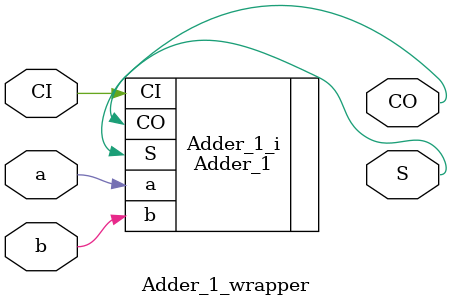
<source format=v>
`timescale 1 ps / 1 ps

module Adder_1_wrapper
   (CI,
    CO,
    S,
    a,
    b);
  input CI;
  output CO;
  output S;
  input a;
  input b;

  wire CI;
  wire CO;
  wire S;
  wire a;
  wire b;

  Adder_1 Adder_1_i
       (.CI(CI),
        .CO(CO),
        .S(S),
        .a(a),
        .b(b));
endmodule

</source>
